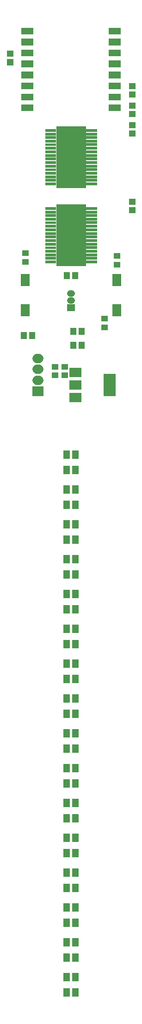
<source format=gts>
G04 Layer: TopSolderMaskLayer*
G04 EasyEDA v6.3.43, 2020-06-07T13:11:06+08:00*
G04 57be81840bc34c5ebe362b8f785087f4,10*
G04 Gerber Generator version 0.2*
G04 Scale: 100 percent, Rotated: No, Reflected: No *
G04 Dimensions in inches *
G04 leading zeros omitted , absolute positions ,2 integer and 4 decimal *
%FSLAX24Y24*%
%MOIN*%
G90*
G70D02*

%ADD37C,0.067060*%
%ADD38C,0.047370*%
%ADD44R,0.048000X0.044000*%
%ADD48R,0.078900X0.019800*%

%LPD*%
G54D37*
G01X4040Y45887D02*
G01X4159Y45887D01*
G01X4040Y46674D02*
G01X4159Y46674D01*
G01X4040Y47462D02*
G01X4159Y47462D01*
G54D38*
G01X6553Y51600D02*
G01X6446Y51600D01*
G01X6553Y52100D02*
G01X6446Y52100D01*
G36*
G01X9213Y65205D02*
G01X9213Y65684D01*
G01X10086Y65684D01*
G01X10086Y65205D01*
G01X9213Y65205D01*
G37*
G36*
G01X9213Y65984D02*
G01X9213Y66463D01*
G01X10086Y66463D01*
G01X10086Y65984D01*
G01X9213Y65984D01*
G37*
G36*
G01X9213Y66775D02*
G01X9213Y67254D01*
G01X10086Y67254D01*
G01X10086Y66775D01*
G01X9213Y66775D01*
G37*
G36*
G01X9213Y67565D02*
G01X9213Y68044D01*
G01X10086Y68044D01*
G01X10086Y67565D01*
G01X9213Y67565D01*
G37*
G36*
G01X9213Y68355D02*
G01X9213Y68834D01*
G01X10086Y68834D01*
G01X10086Y68355D01*
G01X9213Y68355D01*
G37*
G36*
G01X9213Y69134D02*
G01X9213Y69613D01*
G01X10086Y69613D01*
G01X10086Y69134D01*
G01X9213Y69134D01*
G37*
G36*
G01X9213Y69925D02*
G01X9213Y70404D01*
G01X10086Y70404D01*
G01X10086Y69925D01*
G01X9213Y69925D01*
G37*
G36*
G01X9213Y70715D02*
G01X9213Y71194D01*
G01X10086Y71194D01*
G01X10086Y70715D01*
G01X9213Y70715D01*
G37*
G36*
G01X2913Y70715D02*
G01X2913Y71194D01*
G01X3786Y71194D01*
G01X3786Y70715D01*
G01X2913Y70715D01*
G37*
G36*
G01X2913Y69925D02*
G01X2913Y70404D01*
G01X3786Y70404D01*
G01X3786Y69925D01*
G01X2913Y69925D01*
G37*
G36*
G01X2913Y69134D02*
G01X2913Y69613D01*
G01X3786Y69613D01*
G01X3786Y69134D01*
G01X2913Y69134D01*
G37*
G36*
G01X2913Y68355D02*
G01X2913Y68834D01*
G01X3786Y68834D01*
G01X3786Y68355D01*
G01X2913Y68355D01*
G37*
G36*
G01X2913Y67565D02*
G01X2913Y68044D01*
G01X3786Y68044D01*
G01X3786Y67565D01*
G01X2913Y67565D01*
G37*
G36*
G01X2913Y66775D02*
G01X2913Y67254D01*
G01X3786Y67254D01*
G01X3786Y66775D01*
G01X2913Y66775D01*
G37*
G36*
G01X2913Y65984D02*
G01X2913Y66463D01*
G01X3786Y66463D01*
G01X3786Y65984D01*
G01X2913Y65984D01*
G37*
G36*
G01X2913Y65205D02*
G01X2913Y65684D01*
G01X3786Y65684D01*
G01X3786Y65205D01*
G01X2913Y65205D01*
G37*
G36*
G01X6578Y22755D02*
G01X6578Y23346D01*
G01X7051Y23346D01*
G01X7051Y22755D01*
G01X6578Y22755D01*
G37*
G36*
G01X6578Y21653D02*
G01X6578Y22244D01*
G01X7051Y22244D01*
G01X7051Y21653D01*
G01X6578Y21653D01*
G37*
G36*
G01X5948Y21653D02*
G01X5948Y22244D01*
G01X6421Y22244D01*
G01X6421Y21653D01*
G01X5948Y21653D01*
G37*
G36*
G01X5948Y22755D02*
G01X5948Y23346D01*
G01X6421Y23346D01*
G01X6421Y22755D01*
G01X5948Y22755D01*
G37*
G36*
G01X8855Y44761D02*
G01X8855Y46338D01*
G01X9723Y46338D01*
G01X9723Y44761D01*
G01X8855Y44761D01*
G37*
G36*
G01X6376Y45215D02*
G01X6376Y45884D01*
G01X7242Y45884D01*
G01X7242Y45215D01*
G01X6376Y45215D01*
G37*
G36*
G01X6376Y44309D02*
G01X6376Y44980D01*
G01X7242Y44980D01*
G01X7242Y44309D01*
G01X6376Y44309D01*
G37*
G36*
G01X6376Y46119D02*
G01X6376Y46790D01*
G01X7242Y46790D01*
G01X7242Y46119D01*
G01X6376Y46119D01*
G37*
G36*
G01X3705Y44765D02*
G01X3705Y45434D01*
G01X4494Y45434D01*
G01X4494Y44765D01*
G01X3705Y44765D01*
G37*
G36*
G01X10659Y64779D02*
G01X10659Y65219D01*
G01X11140Y65219D01*
G01X11140Y64779D01*
G01X10659Y64779D01*
G37*
G36*
G01X10659Y65380D02*
G01X10659Y65821D01*
G01X11140Y65821D01*
G01X11140Y65380D01*
G01X10659Y65380D01*
G37*
G36*
G01X10659Y66179D02*
G01X10659Y66619D01*
G01X11140Y66619D01*
G01X11140Y66179D01*
G01X10659Y66179D01*
G37*
G36*
G01X10659Y66781D02*
G01X10659Y67221D01*
G01X11140Y67221D01*
G01X11140Y66781D01*
G01X10659Y66781D01*
G37*
G54D44*
G01X9800Y54801D03*
G01X9800Y54198D03*
G36*
G01X3480Y48859D02*
G01X3480Y49340D01*
G01X3921Y49340D01*
G01X3921Y48859D01*
G01X3480Y48859D01*
G37*
G36*
G01X2878Y48859D02*
G01X2878Y49340D01*
G01X3319Y49340D01*
G01X3319Y48859D01*
G01X2878Y48859D01*
G37*
G01X8900Y50301D03*
G01X8900Y49698D03*
G01X3200Y55001D03*
G01X3200Y54398D03*
G36*
G01X1859Y68498D02*
G01X1859Y68938D01*
G01X2340Y68938D01*
G01X2340Y68498D01*
G01X1859Y68498D01*
G37*
G36*
G01X1859Y69101D02*
G01X1859Y69540D01*
G01X2340Y69540D01*
G01X2340Y69101D01*
G01X1859Y69101D01*
G37*
G36*
G01X9484Y52650D02*
G01X9484Y53517D01*
G01X10115Y53517D01*
G01X10115Y52650D01*
G01X9484Y52650D01*
G37*
G36*
G01X9484Y50482D02*
G01X9484Y51351D01*
G01X10115Y51351D01*
G01X10115Y50482D01*
G01X9484Y50482D01*
G37*
G36*
G01X2884Y50482D02*
G01X2884Y51350D01*
G01X3515Y51350D01*
G01X3515Y50482D01*
G01X2884Y50482D01*
G37*
G36*
G01X2884Y52648D02*
G01X2884Y53517D01*
G01X3515Y53517D01*
G01X3515Y52648D01*
G01X2884Y52648D01*
G37*
G36*
G01X6209Y50863D02*
G01X6209Y51336D01*
G01X6790Y51336D01*
G01X6790Y50863D01*
G01X6209Y50863D01*
G37*
G36*
G01X6580Y53159D02*
G01X6580Y53640D01*
G01X7021Y53640D01*
G01X7021Y53159D01*
G01X6580Y53159D01*
G37*
G36*
G01X5978Y53159D02*
G01X5978Y53640D01*
G01X6419Y53640D01*
G01X6419Y53159D01*
G01X5978Y53159D01*
G37*
G36*
G01X6578Y25255D02*
G01X6578Y25846D01*
G01X7051Y25846D01*
G01X7051Y25255D01*
G01X6578Y25255D01*
G37*
G36*
G01X6578Y24153D02*
G01X6578Y24744D01*
G01X7051Y24744D01*
G01X7051Y24153D01*
G01X6578Y24153D01*
G37*
G36*
G01X5948Y24153D02*
G01X5948Y24744D01*
G01X6421Y24744D01*
G01X6421Y24153D01*
G01X5948Y24153D01*
G37*
G36*
G01X5948Y25255D02*
G01X5948Y25846D01*
G01X6421Y25846D01*
G01X6421Y25255D01*
G01X5948Y25255D01*
G37*
G36*
G01X6578Y27755D02*
G01X6578Y28346D01*
G01X7051Y28346D01*
G01X7051Y27755D01*
G01X6578Y27755D01*
G37*
G36*
G01X6578Y26653D02*
G01X6578Y27244D01*
G01X7051Y27244D01*
G01X7051Y26653D01*
G01X6578Y26653D01*
G37*
G36*
G01X5948Y26653D02*
G01X5948Y27244D01*
G01X6421Y27244D01*
G01X6421Y26653D01*
G01X5948Y26653D01*
G37*
G36*
G01X5948Y27755D02*
G01X5948Y28346D01*
G01X6421Y28346D01*
G01X6421Y27755D01*
G01X5948Y27755D01*
G37*
G36*
G01X6578Y30255D02*
G01X6578Y30846D01*
G01X7051Y30846D01*
G01X7051Y30255D01*
G01X6578Y30255D01*
G37*
G36*
G01X6578Y29153D02*
G01X6578Y29744D01*
G01X7051Y29744D01*
G01X7051Y29153D01*
G01X6578Y29153D01*
G37*
G36*
G01X5948Y29153D02*
G01X5948Y29744D01*
G01X6421Y29744D01*
G01X6421Y29153D01*
G01X5948Y29153D01*
G37*
G36*
G01X5948Y30255D02*
G01X5948Y30846D01*
G01X6421Y30846D01*
G01X6421Y30255D01*
G01X5948Y30255D01*
G37*
G36*
G01X6578Y10255D02*
G01X6578Y10846D01*
G01X7051Y10846D01*
G01X7051Y10255D01*
G01X6578Y10255D01*
G37*
G36*
G01X6578Y9153D02*
G01X6578Y9744D01*
G01X7051Y9744D01*
G01X7051Y9153D01*
G01X6578Y9153D01*
G37*
G36*
G01X5948Y9153D02*
G01X5948Y9744D01*
G01X6421Y9744D01*
G01X6421Y9153D01*
G01X5948Y9153D01*
G37*
G36*
G01X5948Y10255D02*
G01X5948Y10846D01*
G01X6421Y10846D01*
G01X6421Y10255D01*
G01X5948Y10255D01*
G37*
G36*
G01X6578Y7755D02*
G01X6578Y8346D01*
G01X7051Y8346D01*
G01X7051Y7755D01*
G01X6578Y7755D01*
G37*
G36*
G01X6578Y6653D02*
G01X6578Y7244D01*
G01X7051Y7244D01*
G01X7051Y6653D01*
G01X6578Y6653D01*
G37*
G36*
G01X5948Y6653D02*
G01X5948Y7244D01*
G01X6421Y7244D01*
G01X6421Y6653D01*
G01X5948Y6653D01*
G37*
G36*
G01X5948Y7755D02*
G01X5948Y8346D01*
G01X6421Y8346D01*
G01X6421Y7755D01*
G01X5948Y7755D01*
G37*
G36*
G01X6578Y5255D02*
G01X6578Y5846D01*
G01X7051Y5846D01*
G01X7051Y5255D01*
G01X6578Y5255D01*
G37*
G36*
G01X6578Y4153D02*
G01X6578Y4744D01*
G01X7051Y4744D01*
G01X7051Y4153D01*
G01X6578Y4153D01*
G37*
G36*
G01X5948Y4153D02*
G01X5948Y4744D01*
G01X6421Y4744D01*
G01X6421Y4153D01*
G01X5948Y4153D01*
G37*
G36*
G01X5948Y5255D02*
G01X5948Y5846D01*
G01X6421Y5846D01*
G01X6421Y5255D01*
G01X5948Y5255D01*
G37*
G36*
G01X6578Y2755D02*
G01X6578Y3346D01*
G01X7051Y3346D01*
G01X7051Y2755D01*
G01X6578Y2755D01*
G37*
G36*
G01X6578Y1653D02*
G01X6578Y2244D01*
G01X7051Y2244D01*
G01X7051Y1653D01*
G01X6578Y1653D01*
G37*
G36*
G01X5948Y1653D02*
G01X5948Y2244D01*
G01X6421Y2244D01*
G01X6421Y1653D01*
G01X5948Y1653D01*
G37*
G36*
G01X5948Y2755D02*
G01X5948Y3346D01*
G01X6421Y3346D01*
G01X6421Y2755D01*
G01X5948Y2755D01*
G37*
G36*
G01X6578Y40255D02*
G01X6578Y40846D01*
G01X7051Y40846D01*
G01X7051Y40255D01*
G01X6578Y40255D01*
G37*
G36*
G01X6578Y39153D02*
G01X6578Y39744D01*
G01X7051Y39744D01*
G01X7051Y39153D01*
G01X6578Y39153D01*
G37*
G36*
G01X5948Y39153D02*
G01X5948Y39744D01*
G01X6421Y39744D01*
G01X6421Y39153D01*
G01X5948Y39153D01*
G37*
G36*
G01X5948Y40255D02*
G01X5948Y40846D01*
G01X6421Y40846D01*
G01X6421Y40255D01*
G01X5948Y40255D01*
G37*
G36*
G01X6578Y37755D02*
G01X6578Y38346D01*
G01X7051Y38346D01*
G01X7051Y37755D01*
G01X6578Y37755D01*
G37*
G36*
G01X6578Y36653D02*
G01X6578Y37244D01*
G01X7051Y37244D01*
G01X7051Y36653D01*
G01X6578Y36653D01*
G37*
G36*
G01X5948Y36653D02*
G01X5948Y37244D01*
G01X6421Y37244D01*
G01X6421Y36653D01*
G01X5948Y36653D01*
G37*
G36*
G01X5948Y37755D02*
G01X5948Y38346D01*
G01X6421Y38346D01*
G01X6421Y37755D01*
G01X5948Y37755D01*
G37*
G36*
G01X6578Y35255D02*
G01X6578Y35846D01*
G01X7051Y35846D01*
G01X7051Y35255D01*
G01X6578Y35255D01*
G37*
G36*
G01X6578Y34153D02*
G01X6578Y34744D01*
G01X7051Y34744D01*
G01X7051Y34153D01*
G01X6578Y34153D01*
G37*
G36*
G01X5948Y34153D02*
G01X5948Y34744D01*
G01X6421Y34744D01*
G01X6421Y34153D01*
G01X5948Y34153D01*
G37*
G36*
G01X5948Y35255D02*
G01X5948Y35846D01*
G01X6421Y35846D01*
G01X6421Y35255D01*
G01X5948Y35255D01*
G37*
G36*
G01X6578Y32755D02*
G01X6578Y33346D01*
G01X7051Y33346D01*
G01X7051Y32755D01*
G01X6578Y32755D01*
G37*
G36*
G01X6578Y31653D02*
G01X6578Y32244D01*
G01X7051Y32244D01*
G01X7051Y31653D01*
G01X6578Y31653D01*
G37*
G36*
G01X5948Y31653D02*
G01X5948Y32244D01*
G01X6421Y32244D01*
G01X6421Y31653D01*
G01X5948Y31653D01*
G37*
G36*
G01X5948Y32755D02*
G01X5948Y33346D01*
G01X6421Y33346D01*
G01X6421Y32755D01*
G01X5948Y32755D01*
G37*
G36*
G01X6578Y12755D02*
G01X6578Y13346D01*
G01X7051Y13346D01*
G01X7051Y12755D01*
G01X6578Y12755D01*
G37*
G36*
G01X6578Y11653D02*
G01X6578Y12244D01*
G01X7051Y12244D01*
G01X7051Y11653D01*
G01X6578Y11653D01*
G37*
G36*
G01X5948Y11653D02*
G01X5948Y12244D01*
G01X6421Y12244D01*
G01X6421Y11653D01*
G01X5948Y11653D01*
G37*
G36*
G01X5948Y12755D02*
G01X5948Y13346D01*
G01X6421Y13346D01*
G01X6421Y12755D01*
G01X5948Y12755D01*
G37*
G36*
G01X6578Y15255D02*
G01X6578Y15846D01*
G01X7051Y15846D01*
G01X7051Y15255D01*
G01X6578Y15255D01*
G37*
G36*
G01X6578Y14153D02*
G01X6578Y14744D01*
G01X7051Y14744D01*
G01X7051Y14153D01*
G01X6578Y14153D01*
G37*
G36*
G01X5948Y14153D02*
G01X5948Y14744D01*
G01X6421Y14744D01*
G01X6421Y14153D01*
G01X5948Y14153D01*
G37*
G36*
G01X5948Y15255D02*
G01X5948Y15846D01*
G01X6421Y15846D01*
G01X6421Y15255D01*
G01X5948Y15255D01*
G37*
G36*
G01X6578Y17755D02*
G01X6578Y18346D01*
G01X7051Y18346D01*
G01X7051Y17755D01*
G01X6578Y17755D01*
G37*
G36*
G01X6578Y16653D02*
G01X6578Y17244D01*
G01X7051Y17244D01*
G01X7051Y16653D01*
G01X6578Y16653D01*
G37*
G36*
G01X5948Y16653D02*
G01X5948Y17244D01*
G01X6421Y17244D01*
G01X6421Y16653D01*
G01X5948Y16653D01*
G37*
G36*
G01X5948Y17755D02*
G01X5948Y18346D01*
G01X6421Y18346D01*
G01X6421Y17755D01*
G01X5948Y17755D01*
G37*
G36*
G01X6578Y20255D02*
G01X6578Y20846D01*
G01X7051Y20846D01*
G01X7051Y20255D01*
G01X6578Y20255D01*
G37*
G36*
G01X6578Y19153D02*
G01X6578Y19744D01*
G01X7051Y19744D01*
G01X7051Y19153D01*
G01X6578Y19153D01*
G37*
G36*
G01X5948Y19153D02*
G01X5948Y19744D01*
G01X6421Y19744D01*
G01X6421Y19153D01*
G01X5948Y19153D01*
G37*
G36*
G01X5948Y20255D02*
G01X5948Y20846D01*
G01X6421Y20846D01*
G01X6421Y20255D01*
G01X5948Y20255D01*
G37*
G01X5350Y46851D03*
G01X5350Y46248D03*
G01X6050Y46851D03*
G01X6050Y46248D03*
G36*
G01X6428Y48159D02*
G01X6428Y48640D01*
G01X6869Y48640D01*
G01X6869Y48159D01*
G01X6428Y48159D01*
G37*
G36*
G01X7030Y48159D02*
G01X7030Y48640D01*
G01X7471Y48640D01*
G01X7471Y48159D01*
G01X7030Y48159D01*
G37*
G36*
G01X6428Y49159D02*
G01X6428Y49640D01*
G01X6869Y49640D01*
G01X6869Y49159D01*
G01X6428Y49159D01*
G37*
G36*
G01X7030Y49159D02*
G01X7030Y49640D01*
G01X7471Y49640D01*
G01X7471Y49159D01*
G01X7030Y49159D01*
G37*
G36*
G01X10659Y63379D02*
G01X10659Y63819D01*
G01X11140Y63819D01*
G01X11140Y63379D01*
G01X10659Y63379D01*
G37*
G36*
G01X10659Y63980D02*
G01X10659Y64421D01*
G01X11140Y64421D01*
G01X11140Y63980D01*
G01X10659Y63980D01*
G37*
G36*
G01X10659Y57879D02*
G01X10659Y58319D01*
G01X11140Y58319D01*
G01X11140Y57879D01*
G01X10659Y57879D01*
G37*
G36*
G01X10659Y58480D02*
G01X10659Y58921D01*
G01X11140Y58921D01*
G01X11140Y58480D01*
G01X10659Y58480D01*
G37*
G36*
G01X4625Y63721D02*
G01X4625Y63919D01*
G01X5413Y63919D01*
G01X5413Y63721D01*
G01X4625Y63721D01*
G37*
G36*
G01X4625Y63461D02*
G01X4625Y63659D01*
G01X5413Y63659D01*
G01X5413Y63461D01*
G01X4625Y63461D01*
G37*
G36*
G01X4625Y63211D02*
G01X4625Y63409D01*
G01X5413Y63409D01*
G01X5413Y63211D01*
G01X4625Y63211D01*
G37*
G36*
G01X4625Y62951D02*
G01X4625Y63148D01*
G01X5413Y63148D01*
G01X5413Y62951D01*
G01X4625Y62951D01*
G37*
G36*
G01X4625Y62701D02*
G01X4625Y62898D01*
G01X5413Y62898D01*
G01X5413Y62701D01*
G01X4625Y62701D01*
G37*
G36*
G01X4625Y62440D02*
G01X4625Y62638D01*
G01X5413Y62638D01*
G01X5413Y62440D01*
G01X4625Y62440D01*
G37*
G36*
G01X4625Y62180D02*
G01X4625Y62379D01*
G01X5413Y62379D01*
G01X5413Y62180D01*
G01X4625Y62180D01*
G37*
G36*
G01X4625Y61930D02*
G01X4625Y62129D01*
G01X5413Y62129D01*
G01X5413Y61930D01*
G01X4625Y61930D01*
G37*
G36*
G01X4625Y61671D02*
G01X4625Y61869D01*
G01X5413Y61869D01*
G01X5413Y61671D01*
G01X4625Y61671D01*
G37*
G36*
G01X4625Y61421D02*
G01X4625Y61619D01*
G01X5413Y61619D01*
G01X5413Y61421D01*
G01X4625Y61421D01*
G37*
G36*
G01X4625Y61161D02*
G01X4625Y61359D01*
G01X5413Y61359D01*
G01X5413Y61161D01*
G01X4625Y61161D01*
G37*
G36*
G01X4625Y60901D02*
G01X4625Y61098D01*
G01X5413Y61098D01*
G01X5413Y60901D01*
G01X4625Y60901D01*
G37*
G36*
G01X4625Y60651D02*
G01X4625Y60848D01*
G01X5413Y60848D01*
G01X5413Y60651D01*
G01X4625Y60651D01*
G37*
G36*
G01X4625Y60390D02*
G01X4625Y60588D01*
G01X5413Y60588D01*
G01X5413Y60390D01*
G01X4625Y60390D01*
G37*
G36*
G01X4625Y60140D02*
G01X4625Y60338D01*
G01X5413Y60338D01*
G01X5413Y60140D01*
G01X4625Y60140D01*
G37*
G36*
G01X4625Y59880D02*
G01X4625Y60079D01*
G01X5413Y60079D01*
G01X5413Y59880D01*
G01X4625Y59880D01*
G37*
G54D48*
G01X7979Y59980D03*
G01X7979Y60240D03*
G01X7979Y60490D03*
G01X7979Y60750D03*
G01X7979Y61000D03*
G01X7979Y61259D03*
G01X7979Y61519D03*
G01X7979Y61769D03*
G01X7979Y62030D03*
G01X7979Y62280D03*
G01X7979Y62540D03*
G01X7979Y62800D03*
G36*
G01X5436Y59694D02*
G01X5436Y64105D01*
G01X7563Y64105D01*
G01X7563Y59694D01*
G01X5436Y59694D01*
G37*
G01X7979Y63050D03*
G01X7979Y63309D03*
G01X7979Y63559D03*
G01X7979Y63819D03*
G36*
G01X4625Y58121D02*
G01X4625Y58319D01*
G01X5413Y58319D01*
G01X5413Y58121D01*
G01X4625Y58121D01*
G37*
G36*
G01X4625Y57861D02*
G01X4625Y58059D01*
G01X5413Y58059D01*
G01X5413Y57861D01*
G01X4625Y57861D01*
G37*
G36*
G01X4625Y57611D02*
G01X4625Y57809D01*
G01X5413Y57809D01*
G01X5413Y57611D01*
G01X4625Y57611D01*
G37*
G36*
G01X4625Y57351D02*
G01X4625Y57548D01*
G01X5413Y57548D01*
G01X5413Y57351D01*
G01X4625Y57351D01*
G37*
G36*
G01X4625Y57101D02*
G01X4625Y57298D01*
G01X5413Y57298D01*
G01X5413Y57101D01*
G01X4625Y57101D01*
G37*
G36*
G01X4625Y56840D02*
G01X4625Y57038D01*
G01X5413Y57038D01*
G01X5413Y56840D01*
G01X4625Y56840D01*
G37*
G36*
G01X4625Y56580D02*
G01X4625Y56779D01*
G01X5413Y56779D01*
G01X5413Y56580D01*
G01X4625Y56580D01*
G37*
G36*
G01X4625Y56330D02*
G01X4625Y56529D01*
G01X5413Y56529D01*
G01X5413Y56330D01*
G01X4625Y56330D01*
G37*
G36*
G01X4625Y56071D02*
G01X4625Y56269D01*
G01X5413Y56269D01*
G01X5413Y56071D01*
G01X4625Y56071D01*
G37*
G36*
G01X4625Y55821D02*
G01X4625Y56019D01*
G01X5413Y56019D01*
G01X5413Y55821D01*
G01X4625Y55821D01*
G37*
G36*
G01X4625Y55561D02*
G01X4625Y55759D01*
G01X5413Y55759D01*
G01X5413Y55561D01*
G01X4625Y55561D01*
G37*
G36*
G01X4625Y55301D02*
G01X4625Y55498D01*
G01X5413Y55498D01*
G01X5413Y55301D01*
G01X4625Y55301D01*
G37*
G36*
G01X4625Y55051D02*
G01X4625Y55248D01*
G01X5413Y55248D01*
G01X5413Y55051D01*
G01X4625Y55051D01*
G37*
G36*
G01X4625Y54790D02*
G01X4625Y54988D01*
G01X5413Y54988D01*
G01X5413Y54790D01*
G01X4625Y54790D01*
G37*
G36*
G01X4625Y54540D02*
G01X4625Y54738D01*
G01X5413Y54738D01*
G01X5413Y54540D01*
G01X4625Y54540D01*
G37*
G36*
G01X4625Y54280D02*
G01X4625Y54479D01*
G01X5413Y54479D01*
G01X5413Y54280D01*
G01X4625Y54280D01*
G37*
G01X7979Y54380D03*
G01X7979Y54640D03*
G01X7979Y54890D03*
G01X7979Y55150D03*
G01X7979Y55400D03*
G01X7979Y55659D03*
G01X7979Y55919D03*
G01X7979Y56169D03*
G01X7979Y56430D03*
G01X7979Y56680D03*
G01X7979Y56940D03*
G01X7979Y57200D03*
G36*
G01X5436Y54094D02*
G01X5436Y58505D01*
G01X7563Y58505D01*
G01X7563Y54094D01*
G01X5436Y54094D01*
G37*
G01X7979Y57450D03*
G01X7979Y57709D03*
G01X7979Y57959D03*
G01X7979Y58219D03*
M00*
M02*

</source>
